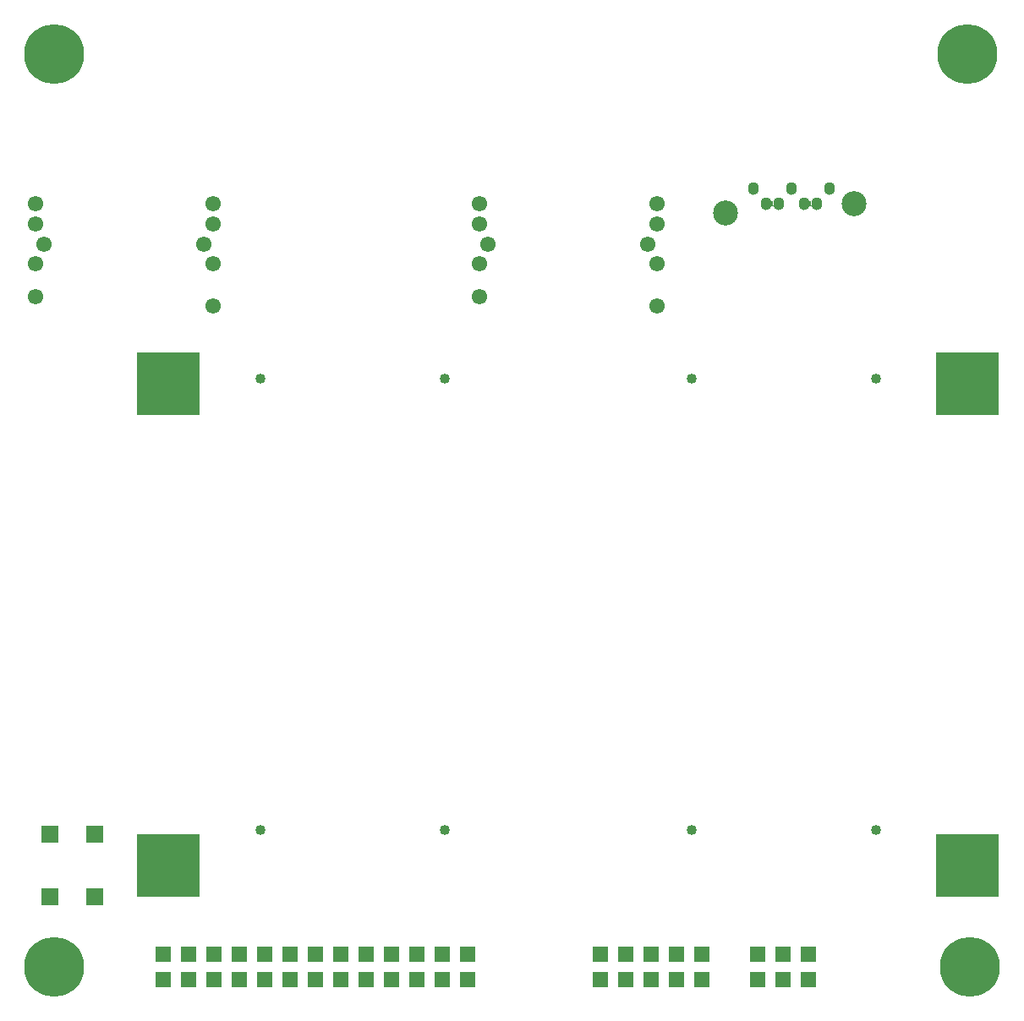
<source format=gbr>
%TF.GenerationSoftware,KiCad,Pcbnew,6.0.4-6f826c9f35~116~ubuntu20.04.1*%
%TF.CreationDate,2022-05-16T10:28:47+00:00*%
%TF.ProjectId,MPPB01B,4d505042-3031-4422-9e6b-696361645f70,**%
%TF.SameCoordinates,Original*%
%TF.FileFunction,Soldermask,Top*%
%TF.FilePolarity,Negative*%
%FSLAX46Y46*%
G04 Gerber Fmt 4.6, Leading zero omitted, Abs format (unit mm)*
G04 Created by KiCad (PCBNEW 6.0.4-6f826c9f35~116~ubuntu20.04.1) date 2022-05-16 10:28:47*
%MOMM*%
%LPD*%
G01*
G04 APERTURE LIST*
%ADD10R,6.350000X6.350000*%
%ADD11C,6.000000*%
%ADD12R,1.524000X1.524000*%
%ADD13C,1.016000*%
%ADD14C,1.550000*%
%ADD15O,1.100000X1.300000*%
%ADD16C,2.500000*%
%ADD17R,1.676400X1.676400*%
G04 APERTURE END LIST*
D10*
%TO.C,MH1*%
X16510000Y63500000D03*
%TD*%
%TO.C,MH2*%
X96520000Y15240000D03*
%TD*%
%TO.C,MH3*%
X96520000Y63500000D03*
%TD*%
%TO.C,MH4*%
X16510000Y15240000D03*
%TD*%
D11*
%TO.C,MH5*%
X5080000Y96520000D03*
%TD*%
%TO.C,MH6*%
X96520000Y96520000D03*
%TD*%
%TO.C,MH8*%
X5080000Y5080000D03*
%TD*%
%TO.C,MH7*%
X96774000Y5080000D03*
%TD*%
D12*
%TO.C,P7*%
X46460000Y6310000D03*
X46460000Y3770000D03*
X43920000Y6310000D03*
X43920000Y3770000D03*
X41380000Y6310000D03*
X41380000Y3770000D03*
X38840000Y6310000D03*
X38840000Y3770000D03*
X36300000Y6310000D03*
X36300000Y3770000D03*
X33760000Y6310000D03*
X33760000Y3770000D03*
X31220000Y6310000D03*
X31220000Y3770000D03*
X28680000Y6310000D03*
X28680000Y3770000D03*
X26140000Y6310000D03*
X26140000Y3770000D03*
X23600000Y6310000D03*
X23600000Y3770000D03*
X21060000Y6310000D03*
X21060000Y3770000D03*
X18520000Y6310000D03*
X18520000Y3770000D03*
X15980000Y6310000D03*
X15980000Y3770000D03*
%TD*%
%TO.C,P11*%
X69900000Y6310000D03*
X69900000Y3770000D03*
X67360000Y6310000D03*
X67360000Y3770000D03*
X64820000Y6310000D03*
X64820000Y3770000D03*
X62280000Y6310000D03*
X62280000Y3770000D03*
X59740000Y6310000D03*
X59740000Y3770000D03*
%TD*%
D13*
%TO.C,P1*%
X25684480Y64008000D03*
X44165520Y64008000D03*
%TD*%
%TO.C,P2*%
X87345520Y64008000D03*
X68864480Y64008000D03*
%TD*%
%TO.C,P3*%
X25684480Y18796000D03*
X44165520Y18796000D03*
%TD*%
%TO.C,P4*%
X87345520Y18796000D03*
X68864480Y18796000D03*
%TD*%
D14*
%TO.C,P5*%
X64515000Y77469995D03*
X48515000Y77469995D03*
X47615000Y72229995D03*
X47615000Y75469995D03*
X47615000Y79459995D03*
X47615000Y81489995D03*
X65415000Y71229995D03*
X65415000Y75469995D03*
X65415000Y79459995D03*
X65415000Y81489995D03*
%TD*%
D12*
%TO.C,P9*%
X75480000Y6310000D03*
X75480000Y3770000D03*
X78020000Y6310000D03*
X78020000Y3770000D03*
X80560000Y6310000D03*
X80560000Y3770000D03*
%TD*%
D14*
%TO.C,P6*%
X20065000Y77469995D03*
X4065000Y77469995D03*
X3165000Y72229995D03*
X3165000Y75469995D03*
X3165000Y79459995D03*
X3165000Y81489995D03*
X20965000Y71229995D03*
X20965000Y75469995D03*
X20965000Y79459995D03*
X20965000Y81489995D03*
%TD*%
D15*
%TO.C,P10*%
X82677000Y83058000D03*
X81407000Y81558000D03*
X80137000Y81558000D03*
X78867000Y83058000D03*
X77597000Y81558000D03*
X76327000Y81558000D03*
X75057000Y83058000D03*
D16*
X72307000Y80558000D03*
X85137000Y81558000D03*
%TD*%
D17*
%TO.C,SW1*%
X4608000Y12090000D03*
X4608000Y18390000D03*
X9108000Y18390000D03*
X9108000Y12090000D03*
%TD*%
G36*
X80892686Y81836748D02*
G01*
X80893046Y81834939D01*
X80864880Y81737990D01*
X80859000Y81657922D01*
X80859000Y81458132D01*
X80879205Y81310637D01*
X80887158Y81292259D01*
X80886929Y81290273D01*
X80885093Y81289478D01*
X80883727Y81290260D01*
X80845386Y81341023D01*
X80780389Y81364948D01*
X80712779Y81349936D01*
X80663850Y81300587D01*
X80657525Y81286925D01*
X80654738Y81279777D01*
X80653178Y81278526D01*
X80651314Y81279252D01*
X80650954Y81281061D01*
X80679120Y81378010D01*
X80685000Y81458078D01*
X80685000Y81657868D01*
X80664795Y81805363D01*
X80656842Y81823741D01*
X80657071Y81825727D01*
X80658907Y81826522D01*
X80660273Y81825740D01*
X80698614Y81774977D01*
X80763611Y81751052D01*
X80831221Y81766064D01*
X80880150Y81815413D01*
X80886475Y81829075D01*
X80889262Y81836223D01*
X80890822Y81837474D01*
X80892686Y81836748D01*
G37*
G36*
X77082686Y81836748D02*
G01*
X77083046Y81834939D01*
X77054880Y81737990D01*
X77049000Y81657922D01*
X77049000Y81458132D01*
X77069205Y81310637D01*
X77077158Y81292259D01*
X77076929Y81290273D01*
X77075093Y81289478D01*
X77073727Y81290260D01*
X77035386Y81341023D01*
X76970389Y81364948D01*
X76902779Y81349936D01*
X76853850Y81300587D01*
X76847525Y81286925D01*
X76844738Y81279777D01*
X76843178Y81278526D01*
X76841314Y81279252D01*
X76840954Y81281061D01*
X76869120Y81378010D01*
X76875000Y81458078D01*
X76875000Y81657868D01*
X76854795Y81805363D01*
X76846842Y81823741D01*
X76847071Y81825727D01*
X76848907Y81826522D01*
X76850273Y81825740D01*
X76888614Y81774977D01*
X76953611Y81751052D01*
X77021221Y81766064D01*
X77070150Y81815413D01*
X77076475Y81829075D01*
X77079262Y81836223D01*
X77080822Y81837474D01*
X77082686Y81836748D01*
G37*
M02*

</source>
